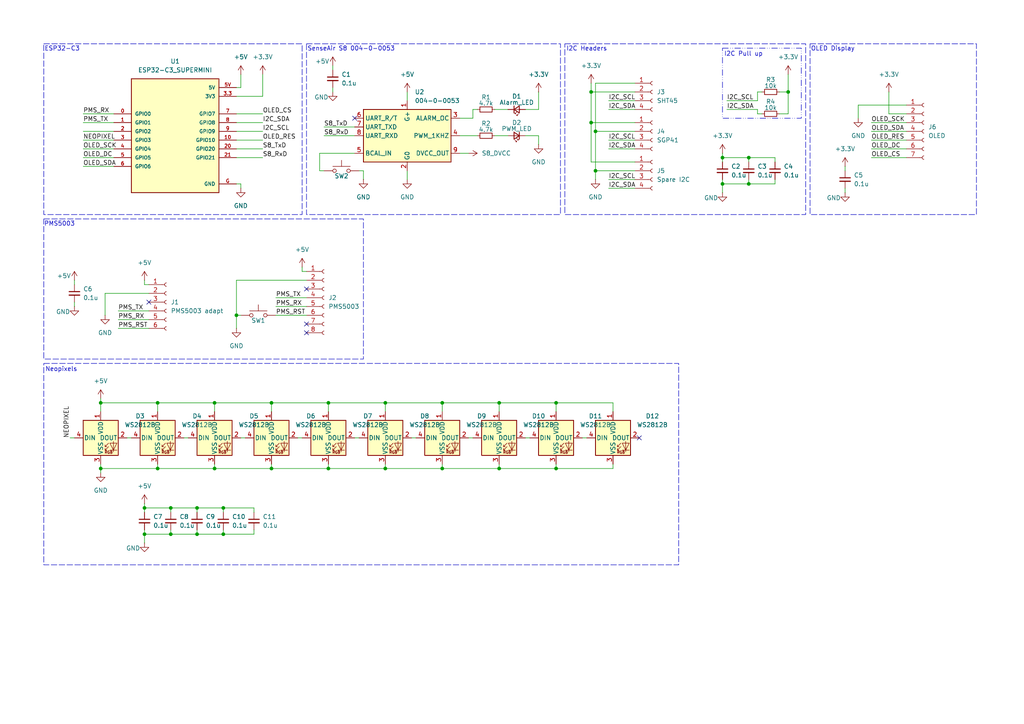
<source format=kicad_sch>
(kicad_sch (version 20231120) (generator "eeschema") (generator_version "8.0")
  (paper "A4")
  (title_block (title "AirQM-C3") (date "2024-03-29") (rev "1") (company "Meow TECHNOLOGIES"))
  (lib_symbols
    (symbol "Connector:Conn_01x04_Socket" (pin_names (offset 1.016) hide)
      (property "Reference" "J" (at 0 5.08 0))
      (property "Value" "Conn_01x04_Socket" (at 0 -7.62 0))
      (symbol "Conn_01x04_Socket_1_1"
        (arc (start 0 -4.572) (mid -0.5058 -5.08) (end 0 -5.588) (stroke (width 0.1524)))
        (arc (start 0 -2.032) (mid -0.5058 -2.54) (end 0 -3.048) (stroke (width 0.1524)))
        (polyline (pts (xy -1.27 -5.08) (xy -0.508 -5.08)) (stroke (width 0.1524)))
        (polyline (pts (xy -1.27 -2.54) (xy -0.508 -2.54)) (stroke (width 0.1524)))
        (polyline (pts (xy -1.27 0) (xy -0.508 0)) (stroke (width 0.1524)))
        (polyline (pts (xy -1.27 2.54) (xy -0.508 2.54)) (stroke (width 0.1524)))
        (arc (start 0 0.508) (mid -0.5058 0) (end 0 -0.508) (stroke (width 0.1524)))
        (arc (start 0 3.048) (mid -0.5058 2.54) (end 0 2.032) (stroke (width 0.1524)))
        (pin passive line (at -5.08 2.54 0) (length 3.81) (name "Pin_1") (number "1"))
        (pin passive line (at -5.08 0 0) (length 3.81) (name "Pin_2") (number "2"))
        (pin passive line (at -5.08 -2.54 0) (length 3.81) (name "Pin_3") (number "3"))
        (pin passive line (at -5.08 -5.08 0) (length 3.81) (name "Pin_4") (number "4"))
      )
    )
    (symbol "Connector:Conn_01x06_Socket" (pin_names (offset 1.016) hide)
      (property "Reference" "J" (at 0 7.62 0))
      (property "Value" "Conn_01x06_Socket" (at 0 -10.16 0))
      (symbol "Conn_01x06_Socket_1_1"
        (arc (start 0 -7.112) (mid -0.5058 -7.62) (end 0 -8.128) (stroke (width 0.1524)))
        (arc (start 0 -4.572) (mid -0.5058 -5.08) (end 0 -5.588) (stroke (width 0.1524)))
        (arc (start 0 -2.032) (mid -0.5058 -2.54) (end 0 -3.048) (stroke (width 0.1524)))
        (polyline (pts (xy -1.27 -7.62) (xy -0.508 -7.62)) (stroke (width 0.1524)))
        (polyline (pts (xy -1.27 -5.08) (xy -0.508 -5.08)) (stroke (width 0.1524)))
        (polyline (pts (xy -1.27 -2.54) (xy -0.508 -2.54)) (stroke (width 0.1524)))
        (polyline (pts (xy -1.27 0) (xy -0.508 0)) (stroke (width 0.1524)))
        (polyline (pts (xy -1.27 2.54) (xy -0.508 2.54)) (stroke (width 0.1524)))
        (polyline (pts (xy -1.27 5.08) (xy -0.508 5.08)) (stroke (width 0.1524)))
        (arc (start 0 0.508) (mid -0.5058 0) (end 0 -0.508) (stroke (width 0.1524)))
        (arc (start 0 3.048) (mid -0.5058 2.54) (end 0 2.032) (stroke (width 0.1524)))
        (arc (start 0 5.588) (mid -0.5058 5.08) (end 0 4.572) (stroke (width 0.1524)))
        (pin passive line (at -5.08 5.08 0) (length 3.81) (name "Pin_1") (number "1"))
        (pin passive line (at -5.08 2.54 0) (length 3.81) (name "Pin_2") (number "2"))
        (pin passive line (at -5.08 0 0) (length 3.81) (name "Pin_3") (number "3"))
        (pin passive line (at -5.08 -2.54 0) (length 3.81) (name "Pin_4") (number "4"))
        (pin passive line (at -5.08 -5.08 0) (length 3.81) (name "Pin_5") (number "5"))
        (pin passive line (at -5.08 -7.62 0) (length 3.81) (name "Pin_6") (number "6"))
      )
    )
    (symbol "Connector:Conn_01x07_Socket" (pin_names (offset 1.016) hide)
      (property "Reference" "J" (at 0 10.16 0))
      (property "Value" "Conn_01x07_Socket" (at 0 -10.16 0))
      (symbol "Conn_01x07_Socket_1_1"
        (arc (start 0 -7.112) (mid -0.5058 -7.62) (end 0 -8.128) (stroke (width 0.1524)))
        (arc (start 0 -4.572) (mid -0.5058 -5.08) (end 0 -5.588) (stroke (width 0.1524)))
        (arc (start 0 -2.032) (mid -0.5058 -2.54) (end 0 -3.048) (stroke (width 0.1524)))
        (polyline (pts (xy -1.27 -7.62) (xy -0.508 -7.62)) (stroke (width 0.1524)))
        (polyline (pts (xy -1.27 -5.08) (xy -0.508 -5.08)) (stroke (width 0.1524)))
        (polyline (pts (xy -1.27 -2.54) (xy -0.508 -2.54)) (stroke (width 0.1524)))
        (polyline (pts (xy -1.27 0) (xy -0.508 0)) (stroke (width 0.1524)))
        (polyline (pts (xy -1.27 2.54) (xy -0.508 2.54)) (stroke (width 0.1524)))
        (polyline (pts (xy -1.27 5.08) (xy -0.508 5.08)) (stroke (width 0.1524)))
        (polyline (pts (xy -1.27 7.62) (xy -0.508 7.62)) (stroke (width 0.1524)))
        (arc (start 0 0.508) (mid -0.5058 0) (end 0 -0.508) (stroke (width 0.1524)))
        (arc (start 0 3.048) (mid -0.5058 2.54) (end 0 2.032) (stroke (width 0.1524)))
        (arc (start 0 5.588) (mid -0.5058 5.08) (end 0 4.572) (stroke (width 0.1524)))
        (arc (start 0 8.128) (mid -0.5058 7.62) (end 0 7.112) (stroke (width 0.1524)))
        (pin passive line (at -5.08 7.62 0) (length 3.81) (name "Pin_1") (number "1"))
        (pin passive line (at -5.08 5.08 0) (length 3.81) (name "Pin_2") (number "2"))
        (pin passive line (at -5.08 2.54 0) (length 3.81) (name "Pin_3") (number "3"))
        (pin passive line (at -5.08 0 0) (length 3.81) (name "Pin_4") (number "4"))
        (pin passive line (at -5.08 -2.54 0) (length 3.81) (name "Pin_5") (number "5"))
        (pin passive line (at -5.08 -5.08 0) (length 3.81) (name "Pin_6") (number "6"))
        (pin passive line (at -5.08 -7.62 0) (length 3.81) (name "Pin_7") (number "7"))
      )
    )
    (symbol "Connector:Conn_01x08_Socket" (pin_names (offset 1.016) hide)
      (property "Reference" "J" (at 0 10.16 0))
      (property "Value" "Conn_01x08_Socket" (at 0 -12.7 0))
      (symbol "Conn_01x08_Socket_1_1"
        (arc (start 0 -9.652) (mid -0.5058 -10.16) (end 0 -10.668) (stroke (width 0.1524)))
        (arc (start 0 -7.112) (mid -0.5058 -7.62) (end 0 -8.128) (stroke (width 0.1524)))
        (arc (start 0 -4.572) (mid -0.5058 -5.08) (end 0 -5.588) (stroke (width 0.1524)))
        (arc (start 0 -2.032) (mid -0.5058 -2.54) (end 0 -3.048) (stroke (width 0.1524)))
        (polyline (pts (xy -1.27 -10.16) (xy -0.508 -10.16)) (stroke (width 0.1524)))
        (polyline (pts (xy -1.27 -7.62) (xy -0.508 -7.62)) (stroke (width 0.1524)))
        (polyline (pts (xy -1.27 -5.08) (xy -0.508 -5.08)) (stroke (width 0.1524)))
        (polyline (pts (xy -1.27 -2.54) (xy -0.508 -2.54)) (stroke (width 0.1524)))
        (polyline (pts (xy -1.27 0) (xy -0.508 0)) (stroke (width 0.1524)))
        (polyline (pts (xy -1.27 2.54) (xy -0.508 2.54)) (stroke (width 0.1524)))
        (polyline (pts (xy -1.27 5.08) (xy -0.508 5.08)) (stroke (width 0.1524)))
        (polyline (pts (xy -1.27 7.62) (xy -0.508 7.62)) (stroke (width 0.1524)))
        (arc (start 0 0.508) (mid -0.5058 0) (end 0 -0.508) (stroke (width 0.1524)))
        (arc (start 0 3.048) (mid -0.5058 2.54) (end 0 2.032) (stroke (width 0.1524)))
        (arc (start 0 5.588) (mid -0.5058 5.08) (end 0 4.572) (stroke (width 0.1524)))
        (arc (start 0 8.128) (mid -0.5058 7.62) (end 0 7.112) (stroke (width 0.1524)))
        (pin passive line (at -5.08 7.62 0) (length 3.81) (name "Pin_1") (number "1"))
        (pin passive line (at -5.08 5.08 0) (length 3.81) (name "Pin_2") (number "2"))
        (pin passive line (at -5.08 2.54 0) (length 3.81) (name "Pin_3") (number "3"))
        (pin passive line (at -5.08 0 0) (length 3.81) (name "Pin_4") (number "4"))
        (pin passive line (at -5.08 -2.54 0) (length 3.81) (name "Pin_5") (number "5"))
        (pin passive line (at -5.08 -5.08 0) (length 3.81) (name "Pin_6") (number "6"))
        (pin passive line (at -5.08 -7.62 0) (length 3.81) (name "Pin_7") (number "7"))
        (pin passive line (at -5.08 -10.16 0) (length 3.81) (name "Pin_8") (number "8"))
      )
    )
    (symbol "Device:C_Small" (pin_numbers hide) (pin_names (offset 0.254) hide)
      (property "Reference" "C" (at 0.254 1.778 0))
      (property "Value" "C_Small" (at 0.254 -2.032 0))
      (symbol "C_Small_0_1"
        (polyline (pts (xy -1.524 -0.508) (xy 1.524 -0.508)) (stroke (width 0.3302)))
        (polyline (pts (xy -1.524 0.508) (xy 1.524 0.508)) (stroke (width 0.3048)))
      )
      (symbol "C_Small_1_1"
        (pin passive line (at 0 2.54 270) (length 2.032) (name "~") (number "1"))
        (pin passive line (at 0 -2.54 90) (length 2.032) (name "~") (number "2"))
      )
    )
    (symbol "Device:LED_Small" (pin_numbers hide) (pin_names (offset 0.254) hide)
      (property "Reference" "D" (at -1.27 3.175 0))
      (property "Value" "LED_Small" (at -4.445 -2.54 0))
      (symbol "LED_Small_0_1"
        (polyline (pts (xy -0.762 -1.016) (xy -0.762 1.016)) (stroke (width 0.254)))
        (polyline (pts (xy 1.016 0) (xy -0.762 0)))
        (polyline (pts (xy 0.762 -1.016) (xy -0.762 0) (xy 0.762 1.016) (xy 0.762 -1.016)) (stroke (width 0.254)))
        (polyline (pts (xy 0 0.762) (xy -0.508 1.27) (xy -0.254 1.27) (xy -0.508 1.27) (xy -0.508 1.016)))
        (polyline (pts (xy 0.508 1.27) (xy 0 1.778) (xy 0.254 1.778) (xy 0 1.778) (xy 0 1.524)))
      )
      (symbol "LED_Small_1_1"
        (pin passive line (at -2.54 0 0) (length 1.778) (name "K") (number "1"))
        (pin passive line (at 2.54 0 180) (length 1.778) (name "A") (number "2"))
      )
    )
    (symbol "Device:R_Small" (pin_numbers hide) (pin_names (offset 0.254) hide)
      (property "Reference" "R" (at 0.762 0.508 0))
      (property "Value" "R_Small" (at 0.762 -1.016 0))
      (symbol "R_Small_0_1"
        (rectangle (start -0.762 1.778) (end 0.762 -1.778) (stroke (width 0.2032)))
      )
      (symbol "R_Small_1_1"
        (pin passive line (at 0 2.54 270) (length 0.762) (name "~") (number "1"))
        (pin passive line (at 0 -2.54 90) (length 0.762) (name "~") (number "2"))
      )
    )
    (symbol "ESP32-C3_SUPERMINI:ESP32-C3_SUPERMINI" (pin_names (offset 1.016))
      (property "Reference" "U" (at -12.7 16.002 0))
      (property "Value" "ESP32-C3_SUPERMINI" (at -12.7 -20.32 0))
      (symbol "ESP32-C3_SUPERMINI_0_0"
        (rectangle (start -12.7 -17.78) (end 12.7 15.24) (stroke (width 0.254)) (fill (type background)))
        (pin bidirectional line (at -17.78 5.08 0) (length 5.08) (name "GPIO0") (number "0"))
        (pin bidirectional line (at -17.78 2.54 0) (length 5.08) (name "GPIO1") (number "1"))
        (pin bidirectional line (at 17.78 -2.54 180) (length 5.08) (name "GPIO10") (number "10"))
        (pin bidirectional line (at -17.78 0 0) (length 5.08) (name "GPIO2") (number "2"))
        (pin bidirectional line (at 17.78 -5.08 180) (length 5.08) (name "GPIO20") (number "20"))
        (pin bidirectional line (at 17.78 -7.62 180) (length 5.08) (name "GPIO21") (number "21"))
        (pin bidirectional line (at -17.78 -2.54 0) (length 5.08) (name "GPIO3") (number "3"))
        (pin power_in line (at 17.78 10.16 180) (length 5.08) (name "3V3") (number "3.3"))
        (pin bidirectional line (at -17.78 -5.08 0) (length 5.08) (name "GPIO4") (number "4"))
        (pin bidirectional line (at -17.78 -7.62 0) (length 5.08) (name "GPIO5") (number "5"))
        (pin power_in line (at 17.78 12.7 180) (length 5.08) (name "5V") (number "5V"))
        (pin bidirectional line (at -17.78 -10.16 0) (length 5.08) (name "GPIO6") (number "6"))
        (pin bidirectional line (at 17.78 5.08 180) (length 5.08) (name "GPIO7") (number "7"))
        (pin bidirectional line (at 17.78 2.54 180) (length 5.08) (name "GPIO8") (number "8"))
        (pin bidirectional line (at 17.78 0 180) (length 5.08) (name "GPIO9") (number "9"))
        (pin power_in line (at 17.78 -15.24 180) (length 5.08) (name "GND") (number "G"))
      )
    )
    (symbol "LED:WS2812B" (pin_names (offset 0.254))
      (property "Reference" "D" (at 5.08 5.715 0))
      (property "Value" "WS2812B" (at 1.27 -5.715 0))
      (symbol "WS2812B_0_0"
        (text "RGB" (at 2.286 -4.191 0) (effects (font (size 0.762 0.762))))
      )
      (symbol "WS2812B_0_1"
        (polyline (pts (xy 1.27 -3.556) (xy 1.778 -3.556)))
        (polyline (pts (xy 1.27 -2.54) (xy 1.778 -2.54)))
        (polyline (pts (xy 4.699 -3.556) (xy 2.667 -3.556)))
        (polyline (pts (xy 2.286 -2.54) (xy 1.27 -3.556) (xy 1.27 -3.048)))
        (polyline (pts (xy 2.286 -1.524) (xy 1.27 -2.54) (xy 1.27 -2.032)))
        (polyline (pts (xy 3.683 -1.016) (xy 3.683 -3.556) (xy 3.683 -4.064)))
        (polyline (pts (xy 4.699 -1.524) (xy 2.667 -1.524) (xy 3.683 -3.556) (xy 4.699 -1.524)))
        (rectangle (start 5.08 5.08) (end -5.08 -5.08) (stroke (width 0.254)) (fill (type background)))
      )
      (symbol "WS2812B_1_1"
        (pin power_in line (at 0 7.62 270) (length 2.54) (name "VDD") (number "1"))
        (pin output line (at 7.62 0 180) (length 2.54) (name "DOUT") (number "2"))
        (pin power_in line (at 0 -7.62 90) (length 2.54) (name "VSS") (number "3"))
        (pin input line (at -7.62 0 0) (length 2.54) (name "DIN") (number "4"))
      )
    )
    (symbol "Sensor_Gas:004-0-0053"
      (property "Reference" "U" (at -11.43 8.89 0))
      (property "Value" "004-0-0053" (at 7.62 8.89 0))
      (symbol "004-0-0053_0_1"
        (rectangle (start -12.7 7.62) (end 12.7 -7.62) (stroke (width 0.254)) (fill (type background)))
      )
      (symbol "004-0-0053_1_1"
        (pin power_in line (at 0 10.16 270) (length 2.54) (name "G+") (number "1"))
        (pin power_in line (at 0 -10.16 90) (length 2.54) (name "G0") (number "2"))
        (pin open_collector line (at 15.24 5.08 180) (length 2.54) (name "ALARM_OC") (number "3"))
        (pin output line (at 15.24 0 180) (length 2.54) (name "PWM_1KHZ") (number "4"))
        (pin input line (at -15.24 -5.08 0) (length 2.54) (name "BCAL_IN") (number "5"))
        (pin output line (at -15.24 5.08 0) (length 2.54) (name "UART_R/T") (number "6"))
        (pin output line (at -15.24 2.54 0) (length 2.54) (name "UART_TXD") (number "7"))
        (pin input line (at -15.24 0 0) (length 2.54) (name "UART_RXD") (number "8"))
        (pin power_out line (at 15.24 -5.08 180) (length 2.54) (name "DVCC_OUT") (number "9"))
      )
    )
    (symbol "Switch:SW_Push" (pin_numbers hide) (pin_names (offset 1.016) hide)
      (property "Reference" "SW" (at 1.27 2.54 0))
      (property "Value" "SW_Push" (at 0 -1.524 0))
      (symbol "SW_Push_0_1"
        (circle (center -2.032 0) (radius 0.508))
        (polyline (pts (xy 0 1.27) (xy 0 3.048)))
        (polyline (pts (xy 2.54 1.27) (xy -2.54 1.27)))
        (circle (center 2.032 0) (radius 0.508))
        (pin passive line (at -5.08 0 0) (length 2.54) (name "1") (number "1"))
        (pin passive line (at 5.08 0 180) (length 2.54) (name "2") (number "2"))
      )
    )
    (symbol "power:+3.3V" (power) (pin_numbers hide) (pin_names (offset 0) hide)
      (property "Value" "+3.3V" (at 0 3.556 0))
      (symbol "+3.3V_0_1"
        (polyline (pts (xy -0.762 1.27) (xy 0 2.54)))
        (polyline (pts (xy 0 0) (xy 0 2.54)))
        (polyline (pts (xy 0 2.54) (xy 0.762 1.27)))
      )
      (symbol "+3.3V_1_1"
        (pin power_in line (at 0 0 90) (length 0) (name "~") (number "1"))
      )
    )
    (symbol "power:+5V" (power) (pin_numbers hide) (pin_names (offset 0) hide)
      (property "Value" "+5V" (at 0 3.556 0))
      (symbol "+5V_0_1"
        (polyline (pts (xy -0.762 1.27) (xy 0 2.54)))
        (polyline (pts (xy 0 0) (xy 0 2.54)))
        (polyline (pts (xy 0 2.54) (xy 0.762 1.27)))
      )
      (symbol "+5V_1_1"
        (pin power_in line (at 0 0 90) (length 0) (name "~") (number "1"))
      )
    )
    (symbol "power:GND" (power) (pin_numbers hide) (pin_names (offset 0) hide)
      (property "Value" "GND" (at 0 -3.81 0))
      (symbol "GND_0_1"
        (polyline (pts (xy 0 0) (xy 0 -1.27) (xy 1.27 -1.27) (xy 0 -2.54) (xy -1.27 -1.27) (xy 0 -1.27)))
      )
      (symbol "GND_1_1"
        (pin power_in line (at 0 0 270) (length 0) (name "~") (number "1"))
      )
    )
    (symbol "power:VCC" (power) (pin_numbers hide) (pin_names (offset 0) hide)
      (property "Value" "VCC" (at 0 3.556 0))
      (symbol "VCC_0_1"
        (polyline (pts (xy -0.762 1.27) (xy 0 2.54)))
        (polyline (pts (xy 0 0) (xy 0 2.54)))
        (polyline (pts (xy 0 2.54) (xy 0.762 1.27)))
      )
      (symbol "VCC_1_1"
        (pin power_in line (at 0 0 90) (length 0) (name "~") (number "1"))
      )
    )
  )
  (junction (at 78.74 116.84))
  (junction (at 57.15 147.32))
  (junction (at 161.29 116.84))
  (junction (at 128.27 135.89))
  (junction (at 64.77 154.94))
  (junction (at 209.55 45.72))
  (junction (at 171.45 26.67))
  (junction (at 29.21 116.84))
  (junction (at 64.77 147.32))
  (junction (at 161.29 135.89))
  (junction (at 209.55 53.34))
  (junction (at 228.6 26.67))
  (junction (at 68.58 91.44))
  (junction (at 172.72 38.1))
  (junction (at 29.21 135.89))
  (junction (at 45.72 135.89))
  (junction (at 41.91 154.94))
  (junction (at 171.45 35.56))
  (junction (at 111.76 135.89))
  (junction (at 49.53 154.94))
  (junction (at 144.78 116.84))
  (junction (at 78.74 135.89))
  (junction (at 41.91 147.32))
  (junction (at 217.17 45.72))
  (junction (at 95.25 116.84))
  (junction (at 144.78 135.89))
  (junction (at 217.17 53.34))
  (junction (at 172.72 49.53))
  (junction (at 49.53 147.32))
  (junction (at 45.72 116.84))
  (junction (at 95.25 135.89))
  (junction (at 62.23 135.89))
  (junction (at 62.23 116.84))
  (junction (at 111.76 116.84))
  (junction (at 57.15 154.94))
  (junction (at 128.27 116.84))
  (no_connect (at 185.42 127))
  (no_connect (at 88.9 83.82))
  (no_connect (at 102.87 34.29))
  (no_connect (at 88.9 96.52))
  (no_connect (at 43.18 87.63))
  (no_connect (at 88.9 93.98))
  (wire (pts (xy 143.51 31.75) (xy 147.32 31.75)))
  (wire (pts (xy 226.06 26.67) (xy 228.6 26.67)))
  (wire (pts (xy 78.74 135.89) (xy 62.23 135.89)))
  (wire (pts (xy 209.55 45.72) (xy 217.17 45.72)))
  (wire (pts (xy 80.01 86.36) (xy 88.9 86.36)))
  (wire (pts (xy 172.72 49.53) (xy 172.72 52.07)))
  (wire (pts (xy 80.01 91.44) (xy 88.9 91.44)))
  (wire (pts (xy 156.21 39.37) (xy 156.21 41.91)))
  (wire (pts (xy 144.78 134.62) (xy 144.78 135.89)))
  (wire (pts (xy 62.23 135.89) (xy 45.72 135.89)))
  (wire (pts (xy 177.8 116.84) (xy 161.29 116.84)))
  (wire (pts (xy 111.76 134.62) (xy 111.76 135.89)))
  (wire (pts (xy 78.74 119.38) (xy 78.74 116.84)))
  (wire (pts (xy 68.58 27.94) (xy 76.2 27.94)))
  (wire (pts (xy 172.72 24.13) (xy 172.72 38.1)))
  (wire (pts (xy 219.71 29.21) (xy 219.71 26.67)))
  (wire (pts (xy 62.23 134.62) (xy 62.23 135.89)))
  (wire (pts (xy 224.79 52.07) (xy 224.79 53.34)))
  (wire (pts (xy 102.87 127) (xy 104.14 127)))
  (wire (pts (xy 177.8 119.38) (xy 177.8 116.84)))
  (wire (pts (xy 209.55 44.45) (xy 209.55 45.72)))
  (wire (pts (xy 217.17 45.72) (xy 217.17 46.99)))
  (wire (pts (xy 176.53 29.21) (xy 184.15 29.21)))
  (wire (pts (xy 219.71 31.75) (xy 219.71 33.02)))
  (wire (pts (xy 41.91 82.55) (xy 41.91 81.28)))
  (wire (pts (xy 111.76 119.38) (xy 111.76 116.84)))
  (wire (pts (xy 176.53 52.07) (xy 184.15 52.07)))
  (wire (pts (xy 128.27 116.84) (xy 111.76 116.84)))
  (wire (pts (xy 64.77 154.94) (xy 57.15 154.94)))
  (wire (pts (xy 36.83 127) (xy 38.1 127)))
  (wire (pts (xy 111.76 116.84) (xy 95.25 116.84)))
  (wire (pts (xy 105.41 49.53) (xy 104.14 49.53)))
  (wire (pts (xy 118.11 26.67) (xy 118.11 29.21)))
  (wire (pts (xy 133.35 34.29) (xy 137.16 34.29)))
  (wire (pts (xy 24.13 35.56) (xy 33.02 35.56)))
  (wire (pts (xy 209.55 55.88) (xy 209.55 53.34)))
  (wire (pts (xy 161.29 134.62) (xy 161.29 135.89)))
  (wire (pts (xy 252.73 43.18) (xy 262.89 43.18)))
  (wire (pts (xy 152.4 31.75) (xy 156.21 31.75)))
  (wire (pts (xy 68.58 45.72) (xy 76.2 45.72)))
  (wire (pts (xy 118.11 49.53) (xy 118.11 52.07)))
  (wire (pts (xy 80.01 88.9) (xy 88.9 88.9)))
  (wire (pts (xy 41.91 147.32) (xy 49.53 147.32)))
  (wire (pts (xy 209.55 52.07) (xy 209.55 53.34)))
  (wire (pts (xy 137.16 31.75) (xy 137.16 34.29)))
  (wire (pts (xy 30.48 85.09) (xy 30.48 91.44)))
  (wire (pts (xy 245.11 54.61) (xy 245.11 55.88)))
  (wire (pts (xy 135.89 127) (xy 137.16 127)))
  (wire (pts (xy 45.72 134.62) (xy 45.72 135.89)))
  (wire (pts (xy 96.52 19.05) (xy 96.52 20.32)))
  (wire (pts (xy 219.71 26.67) (xy 220.98 26.67)))
  (wire (pts (xy 128.27 119.38) (xy 128.27 116.84)))
  (wire (pts (xy 177.8 135.89) (xy 161.29 135.89)))
  (wire (pts (xy 68.58 38.1) (xy 76.2 38.1)))
  (wire (pts (xy 176.53 31.75) (xy 184.15 31.75)))
  (wire (pts (xy 156.21 31.75) (xy 156.21 26.67)))
  (wire (pts (xy 49.53 153.67) (xy 49.53 154.94)))
  (wire (pts (xy 73.66 153.67) (xy 73.66 154.94)))
  (wire (pts (xy 68.58 40.64) (xy 76.2 40.64)))
  (wire (pts (xy 57.15 147.32) (xy 49.53 147.32)))
  (wire (pts (xy 78.74 134.62) (xy 78.74 135.89)))
  (wire (pts (xy 21.59 81.28) (xy 21.59 82.55)))
  (wire (pts (xy 217.17 52.07) (xy 217.17 53.34)))
  (wire (pts (xy 29.21 135.89) (xy 29.21 137.16)))
  (wire (pts (xy 64.77 147.32) (xy 57.15 147.32)))
  (wire (pts (xy 184.15 46.99) (xy 171.45 46.99)))
  (wire (pts (xy 45.72 116.84) (xy 29.21 116.84)))
  (wire (pts (xy 43.18 85.09) (xy 30.48 85.09)))
  (wire (pts (xy 29.21 116.84) (xy 29.21 119.38)))
  (wire (pts (xy 144.78 135.89) (xy 128.27 135.89)))
  (wire (pts (xy 224.79 46.99) (xy 224.79 45.72)))
  (wire (pts (xy 69.85 54.61) (xy 69.85 53.34)))
  (wire (pts (xy 248.92 30.48) (xy 248.92 34.29)))
  (wire (pts (xy 95.25 134.62) (xy 95.25 135.89)))
  (wire (pts (xy 133.35 44.45) (xy 135.89 44.45)))
  (wire (pts (xy 172.72 38.1) (xy 184.15 38.1)))
  (wire (pts (xy 57.15 148.59) (xy 57.15 147.32)))
  (wire (pts (xy 73.66 147.32) (xy 64.77 147.32)))
  (wire (pts (xy 133.35 39.37) (xy 138.43 39.37)))
  (wire (pts (xy 41.91 147.32) (xy 41.91 148.59)))
  (wire (pts (xy 68.58 33.02) (xy 76.2 33.02)))
  (wire (pts (xy 20.32 127) (xy 21.59 127)))
  (wire (pts (xy 24.13 48.26) (xy 33.02 48.26)))
  (wire (pts (xy 64.77 148.59) (xy 64.77 147.32)))
  (wire (pts (xy 92.71 44.45) (xy 102.87 44.45)))
  (wire (pts (xy 144.78 116.84) (xy 128.27 116.84)))
  (wire (pts (xy 171.45 35.56) (xy 171.45 26.67)))
  (wire (pts (xy 171.45 26.67) (xy 171.45 24.13)))
  (wire (pts (xy 245.11 48.26) (xy 245.11 49.53)))
  (wire (pts (xy 45.72 135.89) (xy 29.21 135.89)))
  (wire (pts (xy 41.91 157.48) (xy 41.91 154.94)))
  (wire (pts (xy 152.4 39.37) (xy 156.21 39.37)))
  (wire (pts (xy 29.21 115.57) (xy 29.21 116.84)))
  (wire (pts (xy 226.06 33.02) (xy 228.6 33.02)))
  (wire (pts (xy 87.63 77.47) (xy 87.63 78.74)))
  (wire (pts (xy 176.53 40.64) (xy 184.15 40.64)))
  (wire (pts (xy 41.91 153.67) (xy 41.91 154.94)))
  (wire (pts (xy 209.55 53.34) (xy 217.17 53.34)))
  (wire (pts (xy 161.29 135.89) (xy 144.78 135.89)))
  (wire (pts (xy 111.76 135.89) (xy 95.25 135.89)))
  (wire (pts (xy 88.9 81.28) (xy 68.58 81.28)))
  (wire (pts (xy 62.23 116.84) (xy 45.72 116.84)))
  (wire (pts (xy 184.15 24.13) (xy 172.72 24.13)))
  (wire (pts (xy 119.38 127) (xy 120.65 127)))
  (wire (pts (xy 262.89 30.48) (xy 248.92 30.48)))
  (wire (pts (xy 62.23 119.38) (xy 62.23 116.84)))
  (wire (pts (xy 210.82 31.75) (xy 219.71 31.75)))
  (wire (pts (xy 49.53 147.32) (xy 49.53 148.59)))
  (wire (pts (xy 73.66 148.59) (xy 73.66 147.32)))
  (wire (pts (xy 68.58 43.18) (xy 76.2 43.18)))
  (wire (pts (xy 105.41 52.07) (xy 105.41 49.53)))
  (wire (pts (xy 24.13 38.1) (xy 33.02 38.1)))
  (wire (pts (xy 34.29 95.25) (xy 43.18 95.25)))
  (wire (pts (xy 93.98 49.53) (xy 92.71 49.53)))
  (wire (pts (xy 252.73 38.1) (xy 262.89 38.1)))
  (wire (pts (xy 171.45 46.99) (xy 171.45 35.56)))
  (wire (pts (xy 177.8 134.62) (xy 177.8 135.89)))
  (wire (pts (xy 252.73 40.64) (xy 262.89 40.64)))
  (wire (pts (xy 68.58 81.28) (xy 68.58 91.44)))
  (wire (pts (xy 78.74 116.84) (xy 62.23 116.84)))
  (wire (pts (xy 93.98 39.37) (xy 102.87 39.37)))
  (wire (pts (xy 73.66 154.94) (xy 64.77 154.94)))
  (wire (pts (xy 68.58 35.56) (xy 76.2 35.56)))
  (wire (pts (xy 24.13 33.02) (xy 33.02 33.02)))
  (wire (pts (xy 45.72 119.38) (xy 45.72 116.84)))
  (wire (pts (xy 252.73 35.56) (xy 262.89 35.56)))
  (wire (pts (xy 262.89 33.02) (xy 257.81 33.02)))
  (wire (pts (xy 209.55 45.72) (xy 209.55 46.99)))
  (wire (pts (xy 76.2 27.94) (xy 76.2 21.59)))
  (wire (pts (xy 64.77 153.67) (xy 64.77 154.94)))
  (wire (pts (xy 217.17 53.34) (xy 224.79 53.34)))
  (wire (pts (xy 128.27 134.62) (xy 128.27 135.89)))
  (wire (pts (xy 24.13 40.64) (xy 33.02 40.64)))
  (wire (pts (xy 257.81 33.02) (xy 257.81 26.67)))
  (wire (pts (xy 143.51 39.37) (xy 147.32 39.37)))
  (wire (pts (xy 252.73 45.72) (xy 262.89 45.72)))
  (wire (pts (xy 228.6 21.59) (xy 228.6 26.67)))
  (wire (pts (xy 86.36 127) (xy 87.63 127)))
  (wire (pts (xy 34.29 90.17) (xy 43.18 90.17)))
  (wire (pts (xy 144.78 119.38) (xy 144.78 116.84)))
  (wire (pts (xy 138.43 31.75) (xy 137.16 31.75)))
  (wire (pts (xy 172.72 38.1) (xy 172.72 49.53)))
  (wire (pts (xy 176.53 54.61) (xy 184.15 54.61)))
  (wire (pts (xy 172.72 49.53) (xy 184.15 49.53)))
  (wire (pts (xy 210.82 29.21) (xy 219.71 29.21)))
  (wire (pts (xy 95.25 119.38) (xy 95.25 116.84)))
  (wire (pts (xy 21.59 87.63) (xy 21.59 88.9)))
  (wire (pts (xy 68.58 25.4) (xy 69.85 25.4)))
  (wire (pts (xy 168.91 127) (xy 170.18 127)))
  (wire (pts (xy 128.27 135.89) (xy 111.76 135.89)))
  (wire (pts (xy 176.53 43.18) (xy 184.15 43.18)))
  (wire (pts (xy 24.13 43.18) (xy 33.02 43.18)))
  (wire (pts (xy 224.79 45.72) (xy 217.17 45.72)))
  (wire (pts (xy 152.4 127) (xy 153.67 127)))
  (wire (pts (xy 184.15 26.67) (xy 171.45 26.67)))
  (wire (pts (xy 53.34 127) (xy 54.61 127)))
  (wire (pts (xy 228.6 33.02) (xy 228.6 26.67)))
  (wire (pts (xy 219.71 33.02) (xy 220.98 33.02)))
  (wire (pts (xy 57.15 153.67) (xy 57.15 154.94)))
  (wire (pts (xy 87.63 78.74) (xy 88.9 78.74)))
  (wire (pts (xy 68.58 91.44) (xy 69.85 91.44)))
  (wire (pts (xy 69.85 127) (xy 71.12 127)))
  (wire (pts (xy 184.15 35.56) (xy 171.45 35.56)))
  (wire (pts (xy 41.91 146.05) (xy 41.91 147.32)))
  (wire (pts (xy 41.91 82.55) (xy 43.18 82.55)))
  (wire (pts (xy 69.85 21.59) (xy 69.85 25.4)))
  (wire (pts (xy 41.91 154.94) (xy 49.53 154.94)))
  (wire (pts (xy 93.98 36.83) (xy 102.87 36.83)))
  (wire (pts (xy 96.52 25.4) (xy 96.52 26.67)))
  (wire (pts (xy 24.13 45.72) (xy 33.02 45.72)))
  (wire (pts (xy 95.25 116.84) (xy 78.74 116.84)))
  (wire (pts (xy 68.58 91.44) (xy 68.58 95.25)))
  (wire (pts (xy 49.53 154.94) (xy 57.15 154.94)))
  (wire (pts (xy 161.29 119.38) (xy 161.29 116.84)))
  (wire (pts (xy 34.29 92.71) (xy 43.18 92.71)))
  (wire (pts (xy 92.71 49.53) (xy 92.71 44.45)))
  (wire (pts (xy 95.25 135.89) (xy 78.74 135.89)))
  (wire (pts (xy 69.85 53.34) (xy 68.58 53.34)))
  (wire (pts (xy 161.29 116.84) (xy 144.78 116.84)))
  (wire (pts (xy 29.21 134.62) (xy 29.21 135.89)))
  (rectangle (start 88.9 12.7) (end 162.56 62.23) (stroke (width 0) (type dash)))
  (rectangle (start 163.83 12.7) (end 233.68 62.23) (stroke (width 0) (type dash)))
  (rectangle (start 234.95 12.7) (end 283.21 62.23) (stroke (width 0) (type dash)))
  (rectangle (start 12.7 63.5) (end 105.41 104.14) (stroke (width 0) (type dash)))
  (rectangle (start 209.55 13.97) (end 232.41 34.29) (stroke (width 0) (type dash_dot_dot)))
  (rectangle (start 12.7 12.7) (end 87.63 62.23) (stroke (width 0) (type dash)))
  (rectangle (start 12.7 105.41) (end 196.85 163.83) (stroke (width 0) (type dash)))
  (text "I2C Pull up" (at 215.646 15.748 0) (effects (font (size 1.27 1.27))))
  (text "I2C Headers" (at 170.18 14.224 0) (effects (font (size 1.27 1.27))))
  (text "PMS5003" (at 17.272 65.024 0) (effects (font (size 1.27 1.27))))
  (text "SenseAir S8 004-0-0053" (at 101.854 14.224 0) (effects (font (size 1.27 1.27))))
  (text "Neopixels" (at 17.78 107.188 0) (effects (font (size 1.27 1.27))))
  (text "OLED Display" (at 241.554 14.224 0) (effects (font (size 1.27 1.27))))
  (text "ESP32-C3" (at 18.034 14.224 0) (effects (font (size 1.27 1.27))))
  (label "PMS_RX" (at 24.13 33.02 0))
  (label "I2C_SDA" (at 176.53 43.18 0))
  (label "PMS_TX" (at 24.13 35.56 0))
  (label "I2C_SCL" (at 210.82 29.21 0))
  (label "PMS_TX" (at 34.29 90.17 0))
  (label "S8_RxD" (at 76.2 45.72 0))
  (label "OLED_CS" (at 76.2 33.02 0))
  (label "I2C_SCL" (at 176.53 29.21 0))
  (label "OLED_SCK" (at 252.73 35.56 0))
  (label "OLED_DC" (at 252.73 43.18 0))
  (label "I2C_SCL" (at 176.53 40.64 0))
  (label "I2C_SCL" (at 176.53 52.07 0))
  (label "PMS_RX" (at 80.01 88.9 0))
  (label "I2C_SCL" (at 76.2 38.1 0))
  (label "PMS_RST" (at 34.29 95.25 0))
  (label "OLED_SCK" (at 24.13 43.18 0))
  (label "NEOPIXEL" (at 24.13 40.64 0))
  (label "PMS_RST" (at 80.01 91.44 0))
  (label "OLED_RES" (at 252.73 40.64 0))
  (label "S8_TxD" (at 93.98 36.83 0))
  (label "OLED_CS" (at 252.73 45.72 0))
  (label "OLED_DC" (at 24.13 45.72 0))
  (label "OLED_SDA" (at 252.73 38.1 0))
  (label "PMS_RX" (at 34.29 92.71 0))
  (label "I2C_SDA" (at 76.2 35.56 0))
  (label "OLED_SDA" (at 24.13 48.26 0))
  (label "NEOPIXEL" (at 20.32 127 90))
  (label "I2C_SDA" (at 176.53 54.61 0))
  (label "I2C_SDA" (at 210.82 31.75 0))
  (label "S8_RxD" (at 93.98 39.37 0))
  (label "S8_TxD" (at 76.2 43.18 0))
  (label "PMS_TX" (at 80.01 86.36 0))
  (label "OLED_RES" (at 76.2 40.64 0))
  (label "I2C_SDA" (at 176.53 31.75 0))
  (symbol (lib_id "LED:WS2812B") (at 78.74 127 0) (unit 1)
    (property "Reference" "D6" (at 90.17 120.6814 0))
    (property "Value" "WS2812B" (at 90.17 123.2214 0))
    (property "Footprint" "ws2812_airqm:ws2812_airqm" (effects (hide yes)))
    (property "Datasheet" "https://cdn-shop.adafruit.com/datasheets/WS2812B.pdf" (effects (hide yes)))
    (property "Description" "RGB LED with integrated controller" (effects (hide yes)))
  )
  (symbol (lib_id "power:+5V") (at 29.21 115.57 0) (unit 1)
    (property "Reference" "#PWR031" (effects (hide yes)))
    (property "Value" "+5V" (at 29.21 110.49 0))
    (property "Description" "Power symbol creates a global label with name \"+5V\"" (effects (hide yes)))
  )
  (symbol (lib_id "power:+3.3V") (at 245.11 48.26 0) (unit 1)
    (property "Reference" "#PWR021" (effects (hide yes)))
    (property "Value" "+3.3V" (at 245.11 43.18 0))
    (property "Description" "Power symbol creates a global label with name \"+3.3V\"" (effects (hide yes)))
  )
  (symbol (lib_id "power:+3.3V") (at 228.6 21.59 0) (unit 1)
    (property "Reference" "#PWR020" (effects (hide yes)))
    (property "Value" "+3.3V" (at 228.6 16.51 0))
    (property "Description" "Power symbol creates a global label with name \"+3.3V\"" (effects (hide yes)))
  )
  (symbol (lib_id "LED:WS2812B") (at 161.29 127 0) (unit 1)
    (property "Reference" "D11" (at 172.72 120.6814 0))
    (property "Value" "WS2812B" (at 172.72 123.2214 0))
    (property "Footprint" "ws2812_airqm:ws2812_airqm" (effects (hide yes)))
    (property "Datasheet" "https://cdn-shop.adafruit.com/datasheets/WS2812B.pdf" (effects (hide yes)))
    (property "Description" "RGB LED with integrated controller" (effects (hide yes)))
  )
  (symbol (lib_id "Connector:Conn_01x08_Socket") (at 93.98 86.36 0) (unit 1)
    (property "Reference" "J2" (at 95.25 86.3599 0) (effects (justify left)))
    (property "Value" "PMS5003" (at 95.25 88.8999 0) (effects (justify left)))
    (property "Footprint" "Connector_Molex:Molex_PicoBlade_53261-0871_1x08-1MP_P1.25mm_Horizontal" (effects (hide yes)))
    (property "Description" "Generic connector, single row, 01x08, script generated" (effects (hide yes)))
  )
  (symbol (lib_id "Device:R_Small") (at 140.97 39.37 90) (unit 1)
    (property "Reference" "R2" (at 140.97 35.814 90))
    (property "Value" "4.7k" (at 140.97 37.592 90))
    (property "Footprint" "Resistor_SMD:R_0805_2012Metric" (effects (hide yes)))
    (property "Description" "Resistor, small symbol" (effects (hide yes)))
  )
  (symbol (lib_id "Switch:SW_Push") (at 99.06 49.53 0) (unit 1)
    (property "Reference" "SW2" (at 99.06 51.054 0))
    (property "Value" "SW_Push" (effects (hide yes)))
    (property "Footprint" "tactile_switch_airqm:tactile_switch_airqm" (effects (hide yes)))
    (property "Description" "Push button switch, generic, two pins" (effects (hide yes)))
  )
  (symbol (lib_id "power:+5V") (at 41.91 81.28 0) (unit 1)
    (property "Reference" "#PWR02" (effects (hide yes)))
    (property "Value" "+5V" (at 41.91 76.2 0))
    (property "Description" "Power symbol creates a global label with name \"+5V\"" (effects (hide yes)))
  )
  (symbol (lib_id "power:+3.3V") (at 76.2 21.59 0) (unit 1)
    (property "Reference" "#PWR06" (effects (hide yes)))
    (property "Value" "+3.3V" (at 76.2 16.51 0))
    (property "Description" "Power symbol creates a global label with name \"+3.3V\"" (effects (hide yes)))
  )
  (symbol (lib_id "Sensor_Gas:004-0-0053") (at 118.11 39.37 0) (unit 1)
    (property "Reference" "U2" (at 120.3041 26.67 0) (effects (justify left)))
    (property "Value" "004-0-0053" (at 120.3041 29.21 0) (effects (justify left)))
    (property "Footprint" "Sensor:Senseair_S8_Up" (effects (hide yes)))
    (property "Datasheet" "https://rmtplusstoragesenseair.blob.core.windows.net/docs/publicerat/PSP126.pdf" (effects (hide yes)))
    (property "Description" "S8 LP, CO2 sensor, 400-2000 PPM, 1kHz PWM output, Modbus, THT" (effects (hide yes)))
  )
  (symbol (lib_id "Device:C_Small") (at 64.77 151.13 0) (unit 1)
    (property "Reference" "C10" (at 67.31 149.8662 0) (effects (justify left)))
    (property "Value" "0.1u" (at 67.31 152.4062 0) (effects (justify left)))
    (property "Footprint" "Capacitor_SMD:C_0603_1608Metric" (effects (hide yes)))
    (property "Description" "Unpolarized capacitor, small symbol" (effects (hide yes)))
  )
  (symbol (lib_id "Connector:Conn_01x04_Socket") (at 189.23 26.67 0) (unit 1)
    (property "Reference" "J3" (at 190.5 26.6699 0) (effects (justify left)))
    (property "Value" "SHT45" (at 190.5 29.2099 0) (effects (justify left)))
    (property "Footprint" "Connector_PinSocket_2.54mm:PinSocket_1x04_P2.54mm_Vertical" (effects (hide yes)))
    (property "Description" "Generic connector, single row, 01x04, script generated" (effects (hide yes)))
  )
  (symbol (lib_id "Device:R_Small") (at 223.52 33.02 90) (unit 1)
    (property "Reference" "R4" (at 223.52 29.464 90))
    (property "Value" "10k" (at 223.52 31.242 90))
    (property "Footprint" "Resistor_SMD:R_0805_2012Metric" (effects (hide yes)))
    (property "Description" "Resistor, small symbol" (effects (hide yes)))
  )
  (symbol (lib_id "power:+5V") (at 21.59 81.28 0) (unit 1)
    (property "Reference" "#PWR025" (effects (hide yes)))
    (property "Value" "+5V" (at 18.542 80.01 0))
    (property "Description" "Power symbol creates a global label with name \"+5V\"" (effects (hide yes)))
  )
  (symbol (lib_id "Device:C_Small") (at 209.55 49.53 0) (unit 1)
    (property "Reference" "C2" (at 212.09 48.2662 0) (effects (justify left)))
    (property "Value" "0.1u" (at 212.09 50.8062 0) (effects (justify left)))
    (property "Footprint" "Capacitor_SMD:C_0603_1608Metric" (effects (hide yes)))
    (property "Description" "Unpolarized capacitor, small symbol" (effects (hide yes)))
  )
  (symbol (lib_id "power:+3.3V") (at 209.55 44.45 0) (unit 1)
    (property "Reference" "#PWR018" (effects (hide yes)))
    (property "Value" "+3.3V" (at 209.55 39.37 0))
    (property "Description" "Power symbol creates a global label with name \"+3.3V\"" (effects (hide yes)))
  )
  (symbol (lib_id "power:GND") (at 30.48 91.44 0) (unit 1)
    (property "Reference" "#PWR01" (effects (hide yes)))
    (property "Value" "GND" (at 30.48 96.52 0))
    (property "Description" "Power symbol creates a global label with name \"GND\" , ground" (effects (hide yes)))
  )
  (symbol (lib_id "Connector:Conn_01x06_Socket") (at 48.26 87.63 0) (unit 1)
    (property "Reference" "J1" (at 49.53 87.6299 0) (effects (justify left)))
    (property "Value" "PMS5003 adapt" (at 49.53 90.1699 0) (effects (justify left)))
    (property "Footprint" "Connector_PinSocket_2.54mm:PinSocket_1x06_P2.54mm_Vertical" (effects (hide yes)))
    (property "Description" "Generic connector, single row, 01x06, script generated" (effects (hide yes)))
  )
  (symbol (lib_id "power:+3.3V") (at 171.45 24.13 0) (unit 1)
    (property "Reference" "#PWR016" (effects (hide yes)))
    (property "Value" "+3.3V" (at 171.45 19.05 0))
    (property "Description" "Power symbol creates a global label with name \"+3.3V\"" (effects (hide yes)))
  )
  (symbol (lib_id "Device:LED_Small") (at 149.86 31.75 0) (mirror x) (unit 1)
    (property "Reference" "D1" (at 149.86 27.94 0))
    (property "Value" "Alarm_LED" (at 149.86 29.718 0))
    (property "Footprint" "LED_SMD:LED_0805_2012Metric" (effects (hide yes)))
    (property "Description" "Light emitting diode, small symbol" (effects (hide yes)))
  )
  (symbol (lib_id "LED:WS2812B") (at 45.72 127 0) (unit 1)
    (property "Reference" "D4" (at 57.15 120.6814 0))
    (property "Value" "WS2812B" (at 57.15 123.2214 0))
    (property "Footprint" "ws2812_airqm:ws2812_airqm" (effects (hide yes)))
    (property "Datasheet" "https://cdn-shop.adafruit.com/datasheets/WS2812B.pdf" (effects (hide yes)))
    (property "Description" "RGB LED with integrated controller" (effects (hide yes)))
  )
  (symbol (lib_id "power:GND") (at 69.85 54.61 0) (unit 1)
    (property "Reference" "#PWR05" (effects (hide yes)))
    (property "Value" "GND" (at 69.85 59.69 0))
    (property "Description" "Power symbol creates a global label with name \"GND\" , ground" (effects (hide yes)))
  )
  (symbol (lib_id "Device:C_Small") (at 96.52 22.86 0) (unit 1)
    (property "Reference" "C1" (at 99.06 21.5962 0) (effects (justify left)))
    (property "Value" "0.1u" (at 99.06 24.1362 0) (effects (justify left)))
    (property "Footprint" "Capacitor_SMD:C_0603_1608Metric" (effects (hide yes)))
    (property "Description" "Unpolarized capacitor, small symbol" (effects (hide yes)))
  )
  (symbol (lib_id "Device:C_Small") (at 73.66 151.13 0) (unit 1)
    (property "Reference" "C11" (at 76.2 149.8662 0) (effects (justify left)))
    (property "Value" "0.1u" (at 76.2 152.4062 0) (effects (justify left)))
    (property "Footprint" "Capacitor_SMD:C_0603_1608Metric" (effects (hide yes)))
    (property "Description" "Unpolarized capacitor, small symbol" (effects (hide yes)))
  )
  (symbol (lib_id "power:GND") (at 245.11 55.88 0) (unit 1)
    (property "Reference" "#PWR022" (effects (hide yes)))
    (property "Value" "GND" (at 241.808 57.404 0))
    (property "Description" "Power symbol creates a global label with name \"GND\" , ground" (effects (hide yes)))
  )
  (symbol (lib_id "power:GND") (at 96.52 26.67 0) (unit 1)
    (property "Reference" "#PWR09" (effects (hide yes)))
    (property "Value" "GND" (at 93.218 28.194 0))
    (property "Description" "Power symbol creates a global label with name \"GND\" , ground" (effects (hide yes)))
  )
  (symbol (lib_id "power:+5V") (at 118.11 26.67 0) (unit 1)
    (property "Reference" "#PWR011" (effects (hide yes)))
    (property "Value" "+5V" (at 118.11 21.59 0))
    (property "Description" "Power symbol creates a global label with name \"+5V\"" (effects (hide yes)))
  )
  (symbol (lib_id "power:GND") (at 156.21 41.91 0) (unit 1)
    (property "Reference" "#PWR015" (effects (hide yes)))
    (property "Value" "GND" (at 156.21 46.99 0))
    (property "Description" "Power symbol creates a global label with name \"GND\" , ground" (effects (hide yes)))
  )
  (symbol (lib_id "Device:C_Small") (at 224.79 49.53 0) (unit 1)
    (property "Reference" "C4" (at 227.33 48.2662 0) (effects (justify left)))
    (property "Value" "0.1u" (at 227.33 50.8062 0) (effects (justify left)))
    (property "Footprint" "Capacitor_SMD:C_0603_1608Metric" (effects (hide yes)))
    (property "Description" "Unpolarized capacitor, small symbol" (effects (hide yes)))
  )
  (symbol (lib_id "Device:C_Small") (at 21.59 85.09 0) (unit 1)
    (property "Reference" "C6" (at 24.13 83.8262 0) (effects (justify left)))
    (property "Value" "0.1u" (at 24.13 86.3662 0) (effects (justify left)))
    (property "Footprint" "Capacitor_SMD:C_0603_1608Metric" (effects (hide yes)))
    (property "Description" "Unpolarized capacitor, small symbol" (effects (hide yes)))
  )
  (symbol (lib_id "LED:WS2812B") (at 111.76 127 0) (unit 1)
    (property "Reference" "D8" (at 123.19 120.6814 0))
    (property "Value" "WS2812B" (at 123.19 123.2214 0))
    (property "Footprint" "ws2812_airqm:ws2812_airqm" (effects (hide yes)))
    (property "Datasheet" "https://cdn-shop.adafruit.com/datasheets/WS2812B.pdf" (effects (hide yes)))
    (property "Description" "RGB LED with integrated controller" (effects (hide yes)))
  )
  (symbol (lib_id "power:GND") (at 172.72 52.07 0) (unit 1)
    (property "Reference" "#PWR017" (effects (hide yes)))
    (property "Value" "GND" (at 172.72 57.15 0))
    (property "Description" "Power symbol creates a global label with name \"GND\" , ground" (effects (hide yes)))
  )
  (symbol (lib_id "power:GND") (at 68.58 95.25 0) (unit 1)
    (property "Reference" "#PWR03" (effects (hide yes)))
    (property "Value" "GND" (at 68.58 100.33 0))
    (property "Description" "Power symbol creates a global label with name \"GND\" , ground" (effects (hide yes)))
  )
  (symbol (lib_id "Device:R_Small") (at 140.97 31.75 90) (unit 1)
    (property "Reference" "R1" (at 140.97 28.194 90))
    (property "Value" "4.7k" (at 140.97 29.972 90))
    (property "Footprint" "Resistor_SMD:R_0805_2012Metric" (effects (hide yes)))
    (property "Description" "Resistor, small symbol" (effects (hide yes)))
  )
  (symbol (lib_id "Device:C_Small") (at 57.15 151.13 0) (unit 1)
    (property "Reference" "C9" (at 59.69 149.8662 0) (effects (justify left)))
    (property "Value" "0.1u" (at 59.69 152.4062 0) (effects (justify left)))
    (property "Footprint" "Capacitor_SMD:C_0603_1608Metric" (effects (hide yes)))
    (property "Description" "Unpolarized capacitor, small symbol" (effects (hide yes)))
  )
  (symbol (lib_id "power:GND") (at 105.41 52.07 0) (unit 1)
    (property "Reference" "#PWR010" (effects (hide yes)))
    (property "Value" "GND" (at 105.41 57.15 0))
    (property "Description" "Power symbol creates a global label with name \"GND\" , ground" (effects (hide yes)))
  )
  (symbol (lib_id "Connector:Conn_01x07_Socket") (at 267.97 38.1 0) (unit 1)
    (property "Reference" "J6" (at 269.24 36.8299 0) (effects (justify left)))
    (property "Value" "OLED" (at 269.24 39.3699 0) (effects (justify left)))
    (property "Footprint" "Connector_PinSocket_2.54mm:PinSocket_1x07_P2.54mm_Vertical" (effects (hide yes)))
    (property "Description" "Generic connector, single row, 01x07, script generated" (effects (hide yes)))
  )
  (symbol (lib_id "power:+5V") (at 41.91 146.05 0) (unit 1)
    (property "Reference" "#PWR027" (effects (hide yes)))
    (property "Value" "+5V" (at 41.91 140.97 0))
    (property "Description" "Power symbol creates a global label with name \"+5V\"" (effects (hide yes)))
  )
  (symbol (lib_id "Device:C_Small") (at 245.11 52.07 0) (unit 1)
    (property "Reference" "C5" (at 247.65 50.8062 0) (effects (justify left)))
    (property "Value" "0.1u" (at 247.65 53.3462 0) (effects (justify left)))
    (property "Footprint" "Capacitor_SMD:C_0603_1608Metric" (effects (hide yes)))
    (property "Description" "Unpolarized capacitor, small symbol" (effects (hide yes)))
  )
  (symbol (lib_id "power:GND") (at 41.91 157.48 0) (unit 1)
    (property "Reference" "#PWR030" (effects (hide yes)))
    (property "Value" "GND" (at 38.608 159.004 0))
    (property "Description" "Power symbol creates a global label with name \"GND\" , ground" (effects (hide yes)))
  )
  (symbol (lib_id "Connector:Conn_01x04_Socket") (at 189.23 38.1 0) (unit 1)
    (property "Reference" "J4" (at 190.5 38.0999 0) (effects (justify left)))
    (property "Value" "SGP41" (at 190.5 40.6399 0) (effects (justify left)))
    (property "Footprint" "Connector_PinSocket_2.54mm:PinSocket_1x04_P2.54mm_Vertical" (effects (hide yes)))
    (property "Description" "Generic connector, single row, 01x04, script generated" (effects (hide yes)))
  )
  (symbol (lib_id "Device:LED_Small") (at 149.86 39.37 180) (unit 1)
    (property "Reference" "D2" (at 149.86 35.56 0))
    (property "Value" "PWM_LED" (at 149.86 37.338 0))
    (property "Footprint" "LED_SMD:LED_0805_2012Metric" (effects (hide yes)))
    (property "Description" "Light emitting diode, small symbol" (effects (hide yes)))
  )
  (symbol (lib_id "Device:C_Small") (at 217.17 49.53 0) (unit 1)
    (property "Reference" "C3" (at 219.71 48.2662 0) (effects (justify left)))
    (property "Value" "0.1u" (at 219.71 50.8062 0) (effects (justify left)))
    (property "Footprint" "Capacitor_SMD:C_0603_1608Metric" (effects (hide yes)))
    (property "Description" "Unpolarized capacitor, small symbol" (effects (hide yes)))
  )
  (symbol (lib_id "power:+3.3V") (at 156.21 26.67 0) (unit 1)
    (property "Reference" "#PWR014" (effects (hide yes)))
    (property "Value" "+3.3V" (at 156.21 21.59 0))
    (property "Description" "Power symbol creates a global label with name \"+3.3V\"" (effects (hide yes)))
  )
  (symbol (lib_id "power:+5V") (at 69.85 21.59 0) (unit 1)
    (property "Reference" "#PWR04" (effects (hide yes)))
    (property "Value" "+5V" (at 69.85 16.51 0))
    (property "Description" "Power symbol creates a global label with name \"+5V\"" (effects (hide yes)))
  )
  (symbol (lib_id "Switch:SW_Push") (at 74.93 91.44 0) (unit 1)
    (property "Reference" "SW1" (at 74.93 92.964 0))
    (property "Value" "SW_Push" (effects (hide yes)))
    (property "Footprint" "tactile_switch_airqm:tactile_switch_airqm" (effects (hide yes)))
    (property "Description" "Push button switch, generic, two pins" (effects (hide yes)))
  )
  (symbol (lib_id "LED:WS2812B") (at 144.78 127 0) (unit 1)
    (property "Reference" "D10" (at 156.21 120.6814 0))
    (property "Value" "WS2812B" (at 156.21 123.2214 0))
    (property "Footprint" "ws2812_airqm:ws2812_airqm" (effects (hide yes)))
    (property "Datasheet" "https://cdn-shop.adafruit.com/datasheets/WS2812B.pdf" (effects (hide yes)))
    (property "Description" "RGB LED with integrated controller" (effects (hide yes)))
  )
  (symbol (lib_id "LED:WS2812B") (at 62.23 127 0) (unit 1)
    (property "Reference" "D5" (at 73.66 120.6814 0))
    (property "Value" "WS2812B" (at 73.66 123.2214 0))
    (property "Footprint" "ws2812_airqm:ws2812_airqm" (effects (hide yes)))
    (property "Datasheet" "https://cdn-shop.adafruit.com/datasheets/WS2812B.pdf" (effects (hide yes)))
    (property "Description" "RGB LED with integrated controller" (effects (hide yes)))
  )
  (symbol (lib_id "power:GND") (at 118.11 52.07 0) (unit 1)
    (property "Reference" "#PWR012" (effects (hide yes)))
    (property "Value" "GND" (at 118.11 57.15 0))
    (property "Description" "Power symbol creates a global label with name \"GND\" , ground" (effects (hide yes)))
  )
  (symbol (lib_id "power:+5V") (at 87.63 77.47 0) (unit 1)
    (property "Reference" "#PWR07" (effects (hide yes)))
    (property "Value" "+5V" (at 87.63 72.39 0))
    (property "Description" "Power symbol creates a global label with name \"+5V\"" (effects (hide yes)))
  )
  (symbol (lib_id "power:GND") (at 29.21 137.16 0) (unit 1)
    (property "Reference" "#PWR028" (effects (hide yes)))
    (property "Value" "GND" (at 29.21 142.24 0))
    (property "Description" "Power symbol creates a global label with name \"GND\" , ground" (effects (hide yes)))
  )
  (symbol (lib_id "Device:R_Small") (at 223.52 26.67 90) (unit 1)
    (property "Reference" "R3" (at 223.52 23.114 90))
    (property "Value" "10k" (at 223.52 24.892 90))
    (property "Footprint" "Resistor_SMD:R_0805_2012Metric" (effects (hide yes)))
    (property "Description" "Resistor, small symbol" (effects (hide yes)))
  )
  (symbol (lib_id "Device:C_Small") (at 49.53 151.13 0) (unit 1)
    (property "Reference" "C8" (at 52.07 149.8662 0) (effects (justify left)))
    (property "Value" "0.1u" (at 52.07 152.4062 0) (effects (justify left)))
    (property "Footprint" "Capacitor_SMD:C_0603_1608Metric" (effects (hide yes)))
    (property "Description" "Unpolarized capacitor, small symbol" (effects (hide yes)))
  )
  (symbol (lib_id "power:GND") (at 248.92 34.29 0) (unit 1)
    (property "Reference" "#PWR023" (effects (hide yes)))
    (property "Value" "GND" (at 248.92 39.37 0))
    (property "Description" "Power symbol creates a global label with name \"GND\" , ground" (effects (hide yes)))
  )
  (symbol (lib_id "Connector:Conn_01x04_Socket") (at 189.23 49.53 0) (unit 1)
    (property "Reference" "J5" (at 190.5 49.5299 0) (effects (justify left)))
    (property "Value" "Spare I2C" (at 190.5 52.0699 0) (effects (justify left)))
    (property "Footprint" "Connector_PinSocket_2.54mm:PinSocket_1x04_P2.54mm_Vertical" (effects (hide yes)))
    (property "Description" "Generic connector, single row, 01x04, script generated" (effects (hide yes)))
  )
  (symbol (lib_id "LED:WS2812B") (at 128.27 127 0) (unit 1)
    (property "Reference" "D9" (at 139.7 120.6814 0))
    (property "Value" "WS2812B" (at 139.7 123.2214 0))
    (property "Footprint" "ws2812_airqm:ws2812_airqm" (effects (hide yes)))
    (property "Datasheet" "https://cdn-shop.adafruit.com/datasheets/WS2812B.pdf" (effects (hide yes)))
    (property "Description" "RGB LED with integrated controller" (effects (hide yes)))
  )
  (symbol (lib_id "LED:WS2812B") (at 95.25 127 0) (unit 1)
    (property "Reference" "D7" (at 106.68 120.6814 0))
    (property "Value" "WS2812B" (at 106.68 123.2214 0))
    (property "Footprint" "ws2812_airqm:ws2812_airqm" (effects (hide yes)))
    (property "Datasheet" "https://cdn-shop.adafruit.com/datasheets/WS2812B.pdf" (effects (hide yes)))
    (property "Description" "RGB LED with integrated controller" (effects (hide yes)))
  )
  (symbol (lib_id "power:GND") (at 21.59 88.9 0) (unit 1)
    (property "Reference" "#PWR026" (effects (hide yes)))
    (property "Value" "GND" (at 18.288 90.424 0))
    (property "Description" "Power symbol creates a global label with name \"GND\" , ground" (effects (hide yes)))
  )
  (symbol (lib_id "LED:WS2812B") (at 29.21 127 0) (unit 1)
    (property "Reference" "D3" (at 40.64 120.6814 0))
    (property "Value" "WS2812B" (at 40.64 123.2214 0))
    (property "Footprint" "ws2812_airqm:ws2812_airqm" (effects (hide yes)))
    (property "Datasheet" "https://cdn-shop.adafruit.com/datasheets/WS2812B.pdf" (effects (hide yes)))
    (property "Description" "RGB LED with integrated controller" (effects (hide yes)))
  )
  (symbol (lib_id "power:GND") (at 209.55 55.88 0) (unit 1)
    (property "Reference" "#PWR019" (effects (hide yes)))
    (property "Value" "GND" (at 206.248 57.404 0))
    (property "Description" "Power symbol creates a global label with name \"GND\" , ground" (effects (hide yes)))
  )
  (symbol (lib_id "power:+5V") (at 96.52 19.05 0) (unit 1)
    (property "Reference" "#PWR08" (effects (hide yes)))
    (property "Value" "+5V" (at 93.472 17.78 0))
    (property "Description" "Power symbol creates a global label with name \"+5V\"" (effects (hide yes)))
  )
  (symbol (lib_id "power:VCC") (at 135.89 44.45 270) (unit 1)
    (property "Reference" "#PWR013" (effects (hide yes)))
    (property "Value" "S8_DVCC" (at 139.7 44.4499 90) (effects (justify left)))
    (property "Description" "Power symbol creates a global label with name \"VCC\"" (effects (hide yes)))
  )
  (symbol (lib_id "Device:C_Small") (at 41.91 151.13 0) (unit 1)
    (property "Reference" "C7" (at 44.45 149.8662 0) (effects (justify left)))
    (property "Value" "0.1u" (at 44.45 152.4062 0) (effects (justify left)))
    (property "Footprint" "Capacitor_SMD:C_0603_1608Metric" (effects (hide yes)))
    (property "Description" "Unpolarized capacitor, small symbol" (effects (hide yes)))
  )
  (symbol (lib_id "LED:WS2812B") (at 177.8 127 0) (unit 1)
    (property "Reference" "D12" (at 189.23 120.6814 0))
    (property "Value" "WS2812B" (at 189.23 123.2214 0))
    (property "Footprint" "ws2812_airqm:ws2812_airqm" (effects (hide yes)))
    (property "Datasheet" "https://cdn-shop.adafruit.com/datasheets/WS2812B.pdf" (effects (hide yes)))
    (property "Description" "RGB LED with integrated controller" (effects (hide yes)))
  )
  (symbol (lib_id "ESP32-C3_SUPERMINI:ESP32-C3_SUPERMINI") (at 50.8 38.1 0) (unit 1)
    (property "Reference" "U1" (at 50.8 17.78 0))
    (property "Value" "ESP32-C3_SUPERMINI" (at 50.8 20.32 0))
    (property "Footprint" "esp32c3_supermini:MODULE_ESP32-C3_SUPERMINI" (effects (hide yes)))
    (property "MF" "Espressif Systems" (effects (hide yes)))
    (property "MAXIMUM_PACKAGE_HEIGHT" "4.2mm" (effects (hide yes)))
    (property "Package" "Package" (effects (hide yes)))
    (property "Price" "None" (effects (hide yes)))
    (property "Check_prices" "https://www.snapeda.com/parts/ESP32-C3%20SuperMini/Espressif+Systems/view-part/?ref=eda" (effects (hide yes)))
    (property "STANDARD" "Manufacturer Recommendations" (effects (hide yes)))
    (property "SnapEDA_Link" "https://www.snapeda.com/parts/ESP32-C3%20SuperMini/Espressif+Systems/view-part/?ref=snap" (effects (hide yes)))
    (property "MP" "ESP32-C3 SuperMini" (effects (hide yes)))
    (property "Description_1" "\nSuper tiny ESP32-C3 board\n" (effects (hide yes)))
    (property "Availability" "Not in stock" (effects (hide yes)))
    (property "MANUFACTURER" "Espressif" (effects (hide yes)))
  )
  (symbol (lib_id "power:+3.3V") (at 257.81 26.67 0) (unit 1)
    (property "Reference" "#PWR024" (effects (hide yes)))
    (property "Value" "+3.3V" (at 257.81 21.59 0))
    (property "Description" "Power symbol creates a global label with name \"+3.3V\"" (effects (hide yes)))
  )
)
</source>
